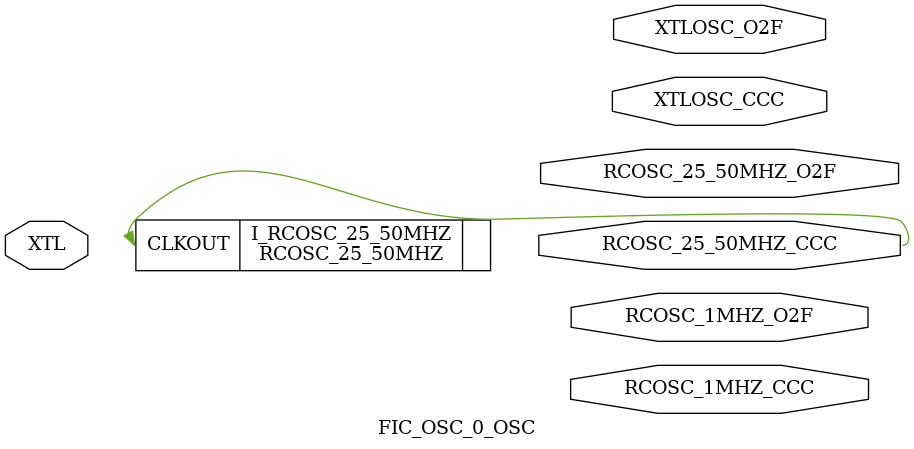
<source format=v>
`timescale 1 ns/100 ps


module FIC_OSC_0_OSC(
       XTL,
       RCOSC_25_50MHZ_CCC,
       RCOSC_25_50MHZ_O2F,
       RCOSC_1MHZ_CCC,
       RCOSC_1MHZ_O2F,
       XTLOSC_CCC,
       XTLOSC_O2F
    );
input  XTL;
output RCOSC_25_50MHZ_CCC;
output RCOSC_25_50MHZ_O2F;
output RCOSC_1MHZ_CCC;
output RCOSC_1MHZ_O2F;
output XTLOSC_CCC;
output XTLOSC_O2F;

    
    RCOSC_25_50MHZ #( .FREQUENCY(50.0) )  I_RCOSC_25_50MHZ (.CLKOUT(
        RCOSC_25_50MHZ_CCC));
    
endmodule

</source>
